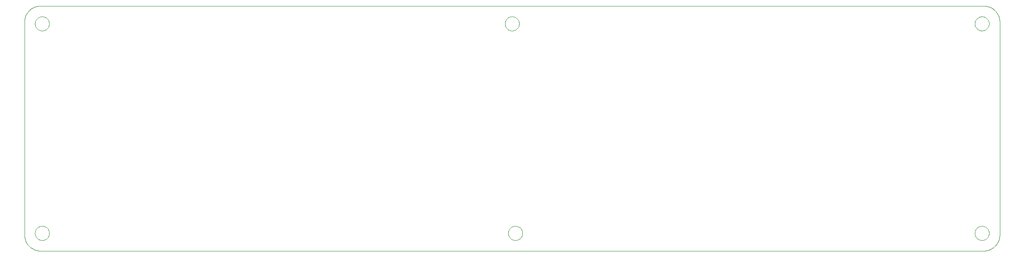
<source format=gko>
G75*
G70*
%OFA0B0*%
%FSLAX24Y24*%
%IPPOS*%
%LPD*%
%AMOC8*
5,1,8,0,0,1.08239X$1,22.5*
%
%ADD10C,0.0000*%
D10*
X002510Y001260D02*
X075510Y001260D01*
X075578Y001262D01*
X075645Y001267D01*
X075712Y001276D01*
X075779Y001289D01*
X075844Y001306D01*
X075909Y001325D01*
X075973Y001349D01*
X076035Y001376D01*
X076096Y001406D01*
X076154Y001439D01*
X076211Y001475D01*
X076266Y001515D01*
X076319Y001557D01*
X076370Y001603D01*
X076417Y001650D01*
X076463Y001701D01*
X076505Y001754D01*
X076545Y001809D01*
X076581Y001866D01*
X076614Y001924D01*
X076644Y001985D01*
X076671Y002047D01*
X076695Y002111D01*
X076714Y002176D01*
X076731Y002241D01*
X076744Y002308D01*
X076753Y002375D01*
X076758Y002442D01*
X076760Y002510D01*
X076760Y019010D01*
X076758Y019078D01*
X076753Y019145D01*
X076744Y019212D01*
X076731Y019279D01*
X076714Y019344D01*
X076695Y019409D01*
X076671Y019473D01*
X076644Y019535D01*
X076614Y019596D01*
X076581Y019654D01*
X076545Y019711D01*
X076505Y019766D01*
X076463Y019819D01*
X076417Y019870D01*
X076370Y019917D01*
X076319Y019963D01*
X076266Y020005D01*
X076211Y020045D01*
X076154Y020081D01*
X076096Y020114D01*
X076035Y020144D01*
X075973Y020171D01*
X075909Y020195D01*
X075844Y020214D01*
X075779Y020231D01*
X075712Y020244D01*
X075645Y020253D01*
X075578Y020258D01*
X075510Y020260D01*
X002510Y020260D01*
X002442Y020258D01*
X002375Y020253D01*
X002308Y020244D01*
X002241Y020231D01*
X002176Y020214D01*
X002111Y020195D01*
X002047Y020171D01*
X001985Y020144D01*
X001924Y020114D01*
X001866Y020081D01*
X001809Y020045D01*
X001754Y020005D01*
X001701Y019963D01*
X001650Y019917D01*
X001603Y019870D01*
X001557Y019819D01*
X001515Y019766D01*
X001475Y019711D01*
X001439Y019654D01*
X001406Y019596D01*
X001376Y019535D01*
X001349Y019473D01*
X001325Y019409D01*
X001306Y019344D01*
X001289Y019279D01*
X001276Y019212D01*
X001267Y019145D01*
X001262Y019078D01*
X001260Y019010D01*
X001260Y002510D01*
X001262Y002442D01*
X001267Y002375D01*
X001276Y002308D01*
X001289Y002241D01*
X001306Y002176D01*
X001325Y002111D01*
X001349Y002047D01*
X001376Y001985D01*
X001406Y001924D01*
X001439Y001866D01*
X001475Y001809D01*
X001515Y001754D01*
X001557Y001701D01*
X001603Y001650D01*
X001650Y001603D01*
X001701Y001557D01*
X001754Y001515D01*
X001809Y001475D01*
X001866Y001439D01*
X001924Y001406D01*
X001985Y001376D01*
X002047Y001349D01*
X002111Y001325D01*
X002176Y001306D01*
X002241Y001289D01*
X002308Y001276D01*
X002375Y001267D01*
X002442Y001262D01*
X002510Y001260D01*
X002084Y002635D02*
X002086Y002682D01*
X002092Y002728D01*
X002102Y002774D01*
X002115Y002819D01*
X002133Y002862D01*
X002154Y002904D01*
X002178Y002944D01*
X002206Y002981D01*
X002237Y003016D01*
X002271Y003049D01*
X002307Y003078D01*
X002346Y003104D01*
X002387Y003127D01*
X002430Y003146D01*
X002474Y003162D01*
X002519Y003174D01*
X002565Y003182D01*
X002612Y003186D01*
X002658Y003186D01*
X002705Y003182D01*
X002751Y003174D01*
X002796Y003162D01*
X002840Y003146D01*
X002883Y003127D01*
X002924Y003104D01*
X002963Y003078D01*
X002999Y003049D01*
X003033Y003016D01*
X003064Y002981D01*
X003092Y002944D01*
X003116Y002904D01*
X003137Y002862D01*
X003155Y002819D01*
X003168Y002774D01*
X003178Y002728D01*
X003184Y002682D01*
X003186Y002635D01*
X003184Y002588D01*
X003178Y002542D01*
X003168Y002496D01*
X003155Y002451D01*
X003137Y002408D01*
X003116Y002366D01*
X003092Y002326D01*
X003064Y002289D01*
X003033Y002254D01*
X002999Y002221D01*
X002963Y002192D01*
X002924Y002166D01*
X002883Y002143D01*
X002840Y002124D01*
X002796Y002108D01*
X002751Y002096D01*
X002705Y002088D01*
X002658Y002084D01*
X002612Y002084D01*
X002565Y002088D01*
X002519Y002096D01*
X002474Y002108D01*
X002430Y002124D01*
X002387Y002143D01*
X002346Y002166D01*
X002307Y002192D01*
X002271Y002221D01*
X002237Y002254D01*
X002206Y002289D01*
X002178Y002326D01*
X002154Y002366D01*
X002133Y002408D01*
X002115Y002451D01*
X002102Y002496D01*
X002092Y002542D01*
X002086Y002588D01*
X002084Y002635D01*
X038709Y002635D02*
X038711Y002682D01*
X038717Y002728D01*
X038727Y002774D01*
X038740Y002819D01*
X038758Y002862D01*
X038779Y002904D01*
X038803Y002944D01*
X038831Y002981D01*
X038862Y003016D01*
X038896Y003049D01*
X038932Y003078D01*
X038971Y003104D01*
X039012Y003127D01*
X039055Y003146D01*
X039099Y003162D01*
X039144Y003174D01*
X039190Y003182D01*
X039237Y003186D01*
X039283Y003186D01*
X039330Y003182D01*
X039376Y003174D01*
X039421Y003162D01*
X039465Y003146D01*
X039508Y003127D01*
X039549Y003104D01*
X039588Y003078D01*
X039624Y003049D01*
X039658Y003016D01*
X039689Y002981D01*
X039717Y002944D01*
X039741Y002904D01*
X039762Y002862D01*
X039780Y002819D01*
X039793Y002774D01*
X039803Y002728D01*
X039809Y002682D01*
X039811Y002635D01*
X039809Y002588D01*
X039803Y002542D01*
X039793Y002496D01*
X039780Y002451D01*
X039762Y002408D01*
X039741Y002366D01*
X039717Y002326D01*
X039689Y002289D01*
X039658Y002254D01*
X039624Y002221D01*
X039588Y002192D01*
X039549Y002166D01*
X039508Y002143D01*
X039465Y002124D01*
X039421Y002108D01*
X039376Y002096D01*
X039330Y002088D01*
X039283Y002084D01*
X039237Y002084D01*
X039190Y002088D01*
X039144Y002096D01*
X039099Y002108D01*
X039055Y002124D01*
X039012Y002143D01*
X038971Y002166D01*
X038932Y002192D01*
X038896Y002221D01*
X038862Y002254D01*
X038831Y002289D01*
X038803Y002326D01*
X038779Y002366D01*
X038758Y002408D01*
X038740Y002451D01*
X038727Y002496D01*
X038717Y002542D01*
X038711Y002588D01*
X038709Y002635D01*
X074834Y002635D02*
X074836Y002682D01*
X074842Y002728D01*
X074852Y002774D01*
X074865Y002819D01*
X074883Y002862D01*
X074904Y002904D01*
X074928Y002944D01*
X074956Y002981D01*
X074987Y003016D01*
X075021Y003049D01*
X075057Y003078D01*
X075096Y003104D01*
X075137Y003127D01*
X075180Y003146D01*
X075224Y003162D01*
X075269Y003174D01*
X075315Y003182D01*
X075362Y003186D01*
X075408Y003186D01*
X075455Y003182D01*
X075501Y003174D01*
X075546Y003162D01*
X075590Y003146D01*
X075633Y003127D01*
X075674Y003104D01*
X075713Y003078D01*
X075749Y003049D01*
X075783Y003016D01*
X075814Y002981D01*
X075842Y002944D01*
X075866Y002904D01*
X075887Y002862D01*
X075905Y002819D01*
X075918Y002774D01*
X075928Y002728D01*
X075934Y002682D01*
X075936Y002635D01*
X075934Y002588D01*
X075928Y002542D01*
X075918Y002496D01*
X075905Y002451D01*
X075887Y002408D01*
X075866Y002366D01*
X075842Y002326D01*
X075814Y002289D01*
X075783Y002254D01*
X075749Y002221D01*
X075713Y002192D01*
X075674Y002166D01*
X075633Y002143D01*
X075590Y002124D01*
X075546Y002108D01*
X075501Y002096D01*
X075455Y002088D01*
X075408Y002084D01*
X075362Y002084D01*
X075315Y002088D01*
X075269Y002096D01*
X075224Y002108D01*
X075180Y002124D01*
X075137Y002143D01*
X075096Y002166D01*
X075057Y002192D01*
X075021Y002221D01*
X074987Y002254D01*
X074956Y002289D01*
X074928Y002326D01*
X074904Y002366D01*
X074883Y002408D01*
X074865Y002451D01*
X074852Y002496D01*
X074842Y002542D01*
X074836Y002588D01*
X074834Y002635D01*
X074834Y018885D02*
X074836Y018932D01*
X074842Y018978D01*
X074852Y019024D01*
X074865Y019069D01*
X074883Y019112D01*
X074904Y019154D01*
X074928Y019194D01*
X074956Y019231D01*
X074987Y019266D01*
X075021Y019299D01*
X075057Y019328D01*
X075096Y019354D01*
X075137Y019377D01*
X075180Y019396D01*
X075224Y019412D01*
X075269Y019424D01*
X075315Y019432D01*
X075362Y019436D01*
X075408Y019436D01*
X075455Y019432D01*
X075501Y019424D01*
X075546Y019412D01*
X075590Y019396D01*
X075633Y019377D01*
X075674Y019354D01*
X075713Y019328D01*
X075749Y019299D01*
X075783Y019266D01*
X075814Y019231D01*
X075842Y019194D01*
X075866Y019154D01*
X075887Y019112D01*
X075905Y019069D01*
X075918Y019024D01*
X075928Y018978D01*
X075934Y018932D01*
X075936Y018885D01*
X075934Y018838D01*
X075928Y018792D01*
X075918Y018746D01*
X075905Y018701D01*
X075887Y018658D01*
X075866Y018616D01*
X075842Y018576D01*
X075814Y018539D01*
X075783Y018504D01*
X075749Y018471D01*
X075713Y018442D01*
X075674Y018416D01*
X075633Y018393D01*
X075590Y018374D01*
X075546Y018358D01*
X075501Y018346D01*
X075455Y018338D01*
X075408Y018334D01*
X075362Y018334D01*
X075315Y018338D01*
X075269Y018346D01*
X075224Y018358D01*
X075180Y018374D01*
X075137Y018393D01*
X075096Y018416D01*
X075057Y018442D01*
X075021Y018471D01*
X074987Y018504D01*
X074956Y018539D01*
X074928Y018576D01*
X074904Y018616D01*
X074883Y018658D01*
X074865Y018701D01*
X074852Y018746D01*
X074842Y018792D01*
X074836Y018838D01*
X074834Y018885D01*
X038459Y018885D02*
X038461Y018932D01*
X038467Y018978D01*
X038477Y019024D01*
X038490Y019069D01*
X038508Y019112D01*
X038529Y019154D01*
X038553Y019194D01*
X038581Y019231D01*
X038612Y019266D01*
X038646Y019299D01*
X038682Y019328D01*
X038721Y019354D01*
X038762Y019377D01*
X038805Y019396D01*
X038849Y019412D01*
X038894Y019424D01*
X038940Y019432D01*
X038987Y019436D01*
X039033Y019436D01*
X039080Y019432D01*
X039126Y019424D01*
X039171Y019412D01*
X039215Y019396D01*
X039258Y019377D01*
X039299Y019354D01*
X039338Y019328D01*
X039374Y019299D01*
X039408Y019266D01*
X039439Y019231D01*
X039467Y019194D01*
X039491Y019154D01*
X039512Y019112D01*
X039530Y019069D01*
X039543Y019024D01*
X039553Y018978D01*
X039559Y018932D01*
X039561Y018885D01*
X039559Y018838D01*
X039553Y018792D01*
X039543Y018746D01*
X039530Y018701D01*
X039512Y018658D01*
X039491Y018616D01*
X039467Y018576D01*
X039439Y018539D01*
X039408Y018504D01*
X039374Y018471D01*
X039338Y018442D01*
X039299Y018416D01*
X039258Y018393D01*
X039215Y018374D01*
X039171Y018358D01*
X039126Y018346D01*
X039080Y018338D01*
X039033Y018334D01*
X038987Y018334D01*
X038940Y018338D01*
X038894Y018346D01*
X038849Y018358D01*
X038805Y018374D01*
X038762Y018393D01*
X038721Y018416D01*
X038682Y018442D01*
X038646Y018471D01*
X038612Y018504D01*
X038581Y018539D01*
X038553Y018576D01*
X038529Y018616D01*
X038508Y018658D01*
X038490Y018701D01*
X038477Y018746D01*
X038467Y018792D01*
X038461Y018838D01*
X038459Y018885D01*
X002084Y018885D02*
X002086Y018932D01*
X002092Y018978D01*
X002102Y019024D01*
X002115Y019069D01*
X002133Y019112D01*
X002154Y019154D01*
X002178Y019194D01*
X002206Y019231D01*
X002237Y019266D01*
X002271Y019299D01*
X002307Y019328D01*
X002346Y019354D01*
X002387Y019377D01*
X002430Y019396D01*
X002474Y019412D01*
X002519Y019424D01*
X002565Y019432D01*
X002612Y019436D01*
X002658Y019436D01*
X002705Y019432D01*
X002751Y019424D01*
X002796Y019412D01*
X002840Y019396D01*
X002883Y019377D01*
X002924Y019354D01*
X002963Y019328D01*
X002999Y019299D01*
X003033Y019266D01*
X003064Y019231D01*
X003092Y019194D01*
X003116Y019154D01*
X003137Y019112D01*
X003155Y019069D01*
X003168Y019024D01*
X003178Y018978D01*
X003184Y018932D01*
X003186Y018885D01*
X003184Y018838D01*
X003178Y018792D01*
X003168Y018746D01*
X003155Y018701D01*
X003137Y018658D01*
X003116Y018616D01*
X003092Y018576D01*
X003064Y018539D01*
X003033Y018504D01*
X002999Y018471D01*
X002963Y018442D01*
X002924Y018416D01*
X002883Y018393D01*
X002840Y018374D01*
X002796Y018358D01*
X002751Y018346D01*
X002705Y018338D01*
X002658Y018334D01*
X002612Y018334D01*
X002565Y018338D01*
X002519Y018346D01*
X002474Y018358D01*
X002430Y018374D01*
X002387Y018393D01*
X002346Y018416D01*
X002307Y018442D01*
X002271Y018471D01*
X002237Y018504D01*
X002206Y018539D01*
X002178Y018576D01*
X002154Y018616D01*
X002133Y018658D01*
X002115Y018701D01*
X002102Y018746D01*
X002092Y018792D01*
X002086Y018838D01*
X002084Y018885D01*
M02*

</source>
